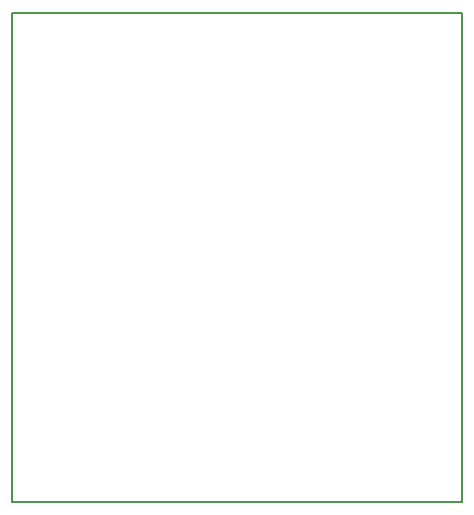
<source format=gbr>
G04 #@! TF.GenerationSoftware,KiCad,Pcbnew,5.1.5-52549c5~84~ubuntu18.04.1*
G04 #@! TF.CreationDate,2020-01-17T10:26:32-05:00*
G04 #@! TF.ProjectId,midi_io,6d696469-5f69-46f2-9e6b-696361645f70,1*
G04 #@! TF.SameCoordinates,Original*
G04 #@! TF.FileFunction,Profile,NP*
%FSLAX46Y46*%
G04 Gerber Fmt 4.6, Leading zero omitted, Abs format (unit mm)*
G04 Created by KiCad (PCBNEW 5.1.5-52549c5~84~ubuntu18.04.1) date 2020-01-17 10:26:32*
%MOMM*%
%LPD*%
G04 APERTURE LIST*
%ADD10C,0.150000*%
G04 APERTURE END LIST*
D10*
X149098000Y-125857000D02*
X149098000Y-84455000D01*
X110998000Y-125857000D02*
X149098000Y-125857000D01*
X110998000Y-84455000D02*
X110998000Y-125857000D01*
X149098000Y-84455000D02*
X110998000Y-84455000D01*
M02*

</source>
